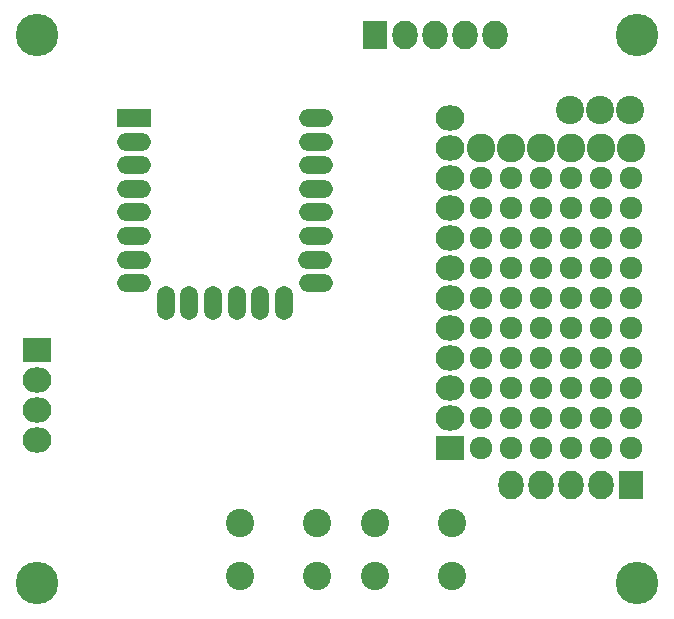
<source format=gbr>
G04 #@! TF.FileFunction,Soldermask,Bot*
%FSLAX46Y46*%
G04 Gerber Fmt 4.6, Leading zero omitted, Abs format (unit mm)*
G04 Created by KiCad (PCBNEW 4.0.6) date 2017 April 03, Monday 14:55:28*
%MOMM*%
%LPD*%
G01*
G04 APERTURE LIST*
%ADD10C,0.100000*%
%ADD11R,2.900000X1.500000*%
%ADD12O,2.900000X1.500000*%
%ADD13O,1.500000X2.900000*%
%ADD14C,1.924000*%
%ADD15C,3.600000*%
%ADD16R,2.127200X2.432000*%
%ADD17O,2.127200X2.432000*%
%ADD18R,2.432000X2.127200*%
%ADD19O,2.432000X2.127200*%
%ADD20C,2.400000*%
%ADD21C,2.398980*%
%ADD22C,2.432000*%
G04 APERTURE END LIST*
D10*
D11*
X119315000Y-72390000D03*
D12*
X119315000Y-74390000D03*
X119315000Y-76390000D03*
X119315000Y-78390000D03*
X119315000Y-80390000D03*
X119315000Y-82390000D03*
X119315000Y-84390000D03*
X119315000Y-86390000D03*
X134715000Y-86390000D03*
X134615000Y-84390000D03*
X134715000Y-82390000D03*
X134715000Y-80390000D03*
X134715000Y-78390000D03*
X134715000Y-76390000D03*
X134715000Y-74390000D03*
X134715000Y-72390000D03*
D13*
X122005000Y-88090000D03*
X124005000Y-88090000D03*
X126005000Y-88090000D03*
X128005000Y-88090000D03*
X130005000Y-88090000D03*
X132005000Y-88090000D03*
D14*
X148717000Y-77470000D03*
X151257000Y-77470000D03*
X153797000Y-77470000D03*
X156337000Y-77470000D03*
X158877000Y-77470000D03*
X161417000Y-77470000D03*
X148717000Y-80010000D03*
X151257000Y-80010000D03*
X153797000Y-80010000D03*
X156337000Y-80010000D03*
X158877000Y-80010000D03*
X161417000Y-80010000D03*
X148717000Y-82550000D03*
X151257000Y-82550000D03*
X153797000Y-82550000D03*
X156337000Y-82550000D03*
X158877000Y-82550000D03*
X161417000Y-82550000D03*
X148717000Y-85090000D03*
X151257000Y-85090000D03*
X153797000Y-85090000D03*
X156337000Y-85090000D03*
X158877000Y-85090000D03*
X161417000Y-85090000D03*
X148717000Y-87630000D03*
X151257000Y-87630000D03*
X153797000Y-87630000D03*
X156337000Y-87630000D03*
X158877000Y-87630000D03*
X161417000Y-87630000D03*
X148717000Y-90170000D03*
X151257000Y-90170000D03*
X153797000Y-90170000D03*
X156337000Y-90170000D03*
X158877000Y-90170000D03*
X161417000Y-90170000D03*
X148717000Y-92710000D03*
X151257000Y-92710000D03*
X153797000Y-92710000D03*
X156337000Y-92710000D03*
X158877000Y-92710000D03*
X161417000Y-92710000D03*
X148717000Y-95250000D03*
X151257000Y-95250000D03*
X153797000Y-95250000D03*
X156337000Y-95250000D03*
X158877000Y-95250000D03*
X161417000Y-95250000D03*
X148717000Y-97790000D03*
X151257000Y-97790000D03*
X153797000Y-97790000D03*
X156337000Y-97790000D03*
X158877000Y-97790000D03*
X161417000Y-97790000D03*
X148717000Y-100330000D03*
X151257000Y-100330000D03*
X153797000Y-100330000D03*
X156337000Y-100330000D03*
X158877000Y-100330000D03*
X161417000Y-100330000D03*
D15*
X161925000Y-65405000D03*
D16*
X139700000Y-65405000D03*
D17*
X142240000Y-65405000D03*
X144780000Y-65405000D03*
X147320000Y-65405000D03*
X149860000Y-65405000D03*
D18*
X146050000Y-100330000D03*
D19*
X146050000Y-97790000D03*
X146050000Y-95250000D03*
X146050000Y-92710000D03*
X146050000Y-90170000D03*
X146050000Y-87630000D03*
X146050000Y-85090000D03*
X146050000Y-82550000D03*
X146050000Y-80010000D03*
X146050000Y-77470000D03*
X146050000Y-74930000D03*
X146050000Y-72390000D03*
D16*
X161417000Y-103505000D03*
D17*
X158877000Y-103505000D03*
X156337000Y-103505000D03*
X153797000Y-103505000D03*
X151257000Y-103505000D03*
D18*
X111125000Y-92075000D03*
D19*
X111125000Y-94615000D03*
X111125000Y-97155000D03*
X111125000Y-99695000D03*
D20*
X128270000Y-111180000D03*
X128270000Y-106680000D03*
X134770000Y-111180000D03*
X134770000Y-106680000D03*
X139700000Y-111180000D03*
X139700000Y-106680000D03*
X146200000Y-111180000D03*
X146200000Y-106680000D03*
D21*
X158750000Y-71755000D03*
X161290000Y-71755000D03*
X156210000Y-71755000D03*
D15*
X111125000Y-65405000D03*
X111125000Y-111760000D03*
X161925000Y-111760000D03*
D22*
X148717000Y-74930000D03*
X151257000Y-74930000D03*
X153797000Y-74930000D03*
X156337000Y-74930000D03*
X158877000Y-74930000D03*
X161417000Y-74930000D03*
M02*

</source>
